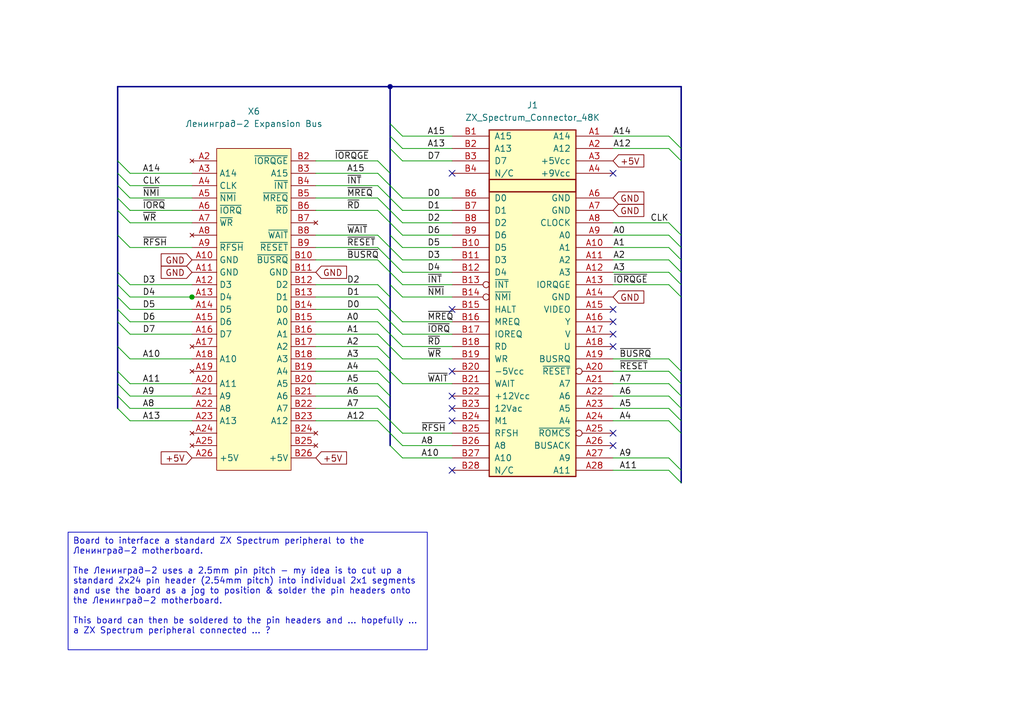
<source format=kicad_sch>
(kicad_sch (version 20250114) (generator "eeschema") (generator_version "9.0")
  (paper "A5")
  (title_block (title "Ленинград-2 To ZX Spectrum Bus Converter") (date "17/NOV/2025") (rev "B") (company "Brett Hallen") (comment 1 "www.youtube.com/@Brfff"))
  (lib_symbols
    (symbol "8bits:ZX_Spectrum_Connector_48K" (pin_names (offset 1.016))
      (property "Reference" "J" (at 1.27 36.83 0))
      (property "Value" "ZX_Spectrum_Connector_48K" (at 1.27 -38.1 0))
      (symbol "ZX_Spectrum_Connector_48K_1_1"
        (rectangle (start -8.89 35.56) (end 8.89 -35.56) (stroke (width 0.254)) (fill (type background)))
        (rectangle (start -8.89 25.4) (end 8.89 22.86) (stroke (width 0.254)))
        (pin bidirectional line (at -16.51 34.29 0) (length 7.62) (name "A15") (number "B1"))
        (pin bidirectional line (at -16.51 31.75 0) (length 7.62) (name "A13") (number "B2"))
        (pin bidirectional line (at -16.51 29.21 0) (length 7.62) (name "D7") (number "B3"))
        (pin unspecified line (at -16.51 26.67 0) (length 7.62) (name "N/C") (number "B4"))
        (pin bidirectional line (at -16.51 21.59 0) (length 7.62) (name "D0") (number "B6"))
        (pin bidirectional line (at -16.51 19.05 0) (length 7.62) (name "D1") (number "B7"))
        (pin bidirectional line (at -16.51 16.51 0) (length 7.62) (name "D2") (number "B8"))
        (pin bidirectional line (at -16.51 13.97 0) (length 7.62) (name "D6") (number "B9"))
        (pin bidirectional line (at -16.51 11.43 0) (length 7.62) (name "D5") (number "B10"))
        (pin bidirectional line (at -16.51 8.89 0) (length 7.62) (name "D3") (number "B11"))
        (pin bidirectional line (at -16.51 6.35 0) (length 7.62) (name "D4") (number "B12"))
        (pin bidirectional inverted (at -16.51 3.81 0) (length 7.62) (name "~{INT}") (number "B13"))
        (pin bidirectional inverted (at -16.51 1.27 0) (length 7.62) (name "~{NMI}") (number "B14"))
        (pin bidirectional line (at -16.51 -1.27 0) (length 7.62) (name "HALT") (number "B15"))
        (pin bidirectional line (at -16.51 -3.81 0) (length 7.62) (name "MREQ") (number "B16"))
        (pin bidirectional line (at -16.51 -6.35 0) (length 7.62) (name "IOREQ") (number "B17"))
        (pin bidirectional line (at -16.51 -8.89 0) (length 7.62) (name "RD") (number "B18"))
        (pin bidirectional line (at -16.51 -11.43 0) (length 7.62) (name "WR") (number "B19"))
        (pin bidirectional line (at -16.51 -13.97 0) (length 7.62) (name "-5Vcc") (number "B20"))
        (pin bidirectional line (at -16.51 -16.51 0) (length 7.62) (name "WAIT") (number "B21"))
        (pin bidirectional line (at -16.51 -19.05 0) (length 7.62) (name "+12Vcc") (number "B22"))
        (pin bidirectional line (at -16.51 -21.59 0) (length 7.62) (name "12Vac") (number "B23"))
        (pin bidirectional line (at -16.51 -24.13 0) (length 7.62) (name "M1") (number "B24"))
        (pin bidirectional line (at -16.51 -26.67 0) (length 7.62) (name "RFSH") (number "B25"))
        (pin bidirectional line (at -16.51 -29.21 0) (length 7.62) (name "A8") (number "B26"))
        (pin bidirectional line (at -16.51 -31.75 0) (length 7.62) (name "A10") (number "B27"))
        (pin unspecified line (at -16.51 -34.29 0) (length 7.62) (name "N/C") (number "B28"))
        (pin bidirectional line (at 16.51 34.29 180) (length 7.62) (name "A14") (number "A1"))
        (pin bidirectional line (at 16.51 31.75 180) (length 7.62) (name "A12") (number "A2"))
        (pin bidirectional line (at 16.51 29.21 180) (length 7.62) (name "+5Vcc") (number "A3"))
        (pin bidirectional line (at 16.51 26.67 180) (length 7.62) (name "+9Vcc") (number "A4"))
        (pin bidirectional line (at 16.51 21.59 180) (length 7.62) (name "GND") (number "A6"))
        (pin bidirectional line (at 16.51 19.05 180) (length 7.62) (name "GND") (number "A7"))
        (pin bidirectional line (at 16.51 16.51 180) (length 7.62) (name "CLOCK") (number "A8"))
        (pin bidirectional line (at 16.51 13.97 180) (length 7.62) (name "A0") (number "A9"))
        (pin bidirectional line (at 16.51 11.43 180) (length 7.62) (name "A1") (number "A10"))
        (pin bidirectional line (at 16.51 8.89 180) (length 7.62) (name "A2") (number "A11"))
        (pin bidirectional line (at 16.51 6.35 180) (length 7.62) (name "A3") (number "A12"))
        (pin bidirectional line (at 16.51 3.81 180) (length 7.62) (name "IORQGE") (number "A13"))
        (pin bidirectional line (at 16.51 1.27 180) (length 7.62) (name "GND") (number "A14"))
        (pin bidirectional line (at 16.51 -1.27 180) (length 7.62) (name "VIDEO") (number "A15"))
        (pin bidirectional line (at 16.51 -3.81 180) (length 7.62) (name "Y") (number "A16"))
        (pin bidirectional line (at 16.51 -6.35 180) (length 7.62) (name "V") (number "A17"))
        (pin bidirectional line (at 16.51 -8.89 180) (length 7.62) (name "U") (number "A18"))
        (pin bidirectional line (at 16.51 -11.43 180) (length 7.62) (name "BUSRQ") (number "A19"))
        (pin bidirectional inverted (at 16.51 -13.97 180) (length 7.62) (name "~{RESET}") (number "A20"))
        (pin bidirectional line (at 16.51 -16.51 180) (length 7.62) (name "A7") (number "A21"))
        (pin bidirectional line (at 16.51 -19.05 180) (length 7.62) (name "A6") (number "A22"))
        (pin bidirectional line (at 16.51 -21.59 180) (length 7.62) (name "A5") (number "A23"))
        (pin bidirectional line (at 16.51 -24.13 180) (length 7.62) (name "A4") (number "A24"))
        (pin bidirectional inverted (at 16.51 -26.67 180) (length 7.62) (name "~{ROMCS}") (number "A25"))
        (pin bidirectional line (at 16.51 -29.21 180) (length 7.62) (name "BUSACK") (number "A26"))
        (pin bidirectional line (at 16.51 -31.75 180) (length 7.62) (name "A9") (number "A27"))
        (pin bidirectional line (at 16.51 -34.29 180) (length 7.62) (name "A11") (number "A28"))
      )
    )
    (symbol "Clueless_Engineer:Leningrad2_Expansion"
      (property "Reference" "X" (at -5.08 -2.54 0))
      (property "Value" "Ленинград-2 Expansion Bus" (at 15.24 -2.54 0))
      (symbol "Leningrad2_Expansion_1_1"
        (rectangle (start -7.62 -7.62) (end 7.62 -73.66) (fill (type color) (color 255 255 194 1)))
        (pin bidirectional line (at -12.703 -38.1 0) (length 5.083) (name "D4") (number "A13"))
        (pin no_connect line (at -12.7 -10.16 0) (length 5.08) (name "") (number "A2"))
        (pin output line (at -12.7 -12.7 0) (length 5.08) (name "A14") (number "A3"))
        (pin output line (at -12.7 -15.24 0) (length 5.08) (name "CLK") (number "A4"))
        (pin input line (at -12.7 -17.78 0) (length 5.08) (name "~{NMI}") (number "A5"))
        (pin input line (at -12.7 -20.32 0) (length 5.08) (name "~{IORQ}") (number "A6"))
        (pin output line (at -12.7 -22.86 0) (length 5.08) (name "~{WR}") (number "A7"))
        (pin no_connect line (at -12.7 -25.4 0) (length 5.08) (name "") (number "A8"))
        (pin output line (at -12.7 -27.94 0) (length 5.08) (name "~{RFSH}") (number "A9"))
        (pin power_out line (at -12.7 -30.48 0) (length 5.08) (name "GND") (number "A10"))
        (pin power_out line (at -12.7 -33.02 0) (length 5.08) (name "GND") (number "A11"))
        (pin bidirectional line (at -12.7 -35.56 0) (length 5.08) (name "D3") (number "A12"))
        (pin bidirectional line (at -12.7 -40.64 0) (length 5.08) (name "D5") (number "A14"))
        (pin bidirectional line (at -12.7 -43.18 0) (length 5.08) (name "D6") (number "A15"))
        (pin bidirectional line (at -12.7 -45.72 0) (length 5.08) (name "D7") (number "A16"))
        (pin no_connect line (at -12.7 -48.26 0) (length 5.08) (name "") (number "A17"))
        (pin output line (at -12.7 -50.8 0) (length 5.08) (name "A10") (number "A18"))
        (pin no_connect line (at -12.7 -53.34 0) (length 5.08) (name "") (number "A19"))
        (pin output line (at -12.7 -55.88 0) (length 5.08) (name "A11") (number "A20"))
        (pin output line (at -12.7 -58.42 0) (length 5.08) (name "A9") (number "A21"))
        (pin output line (at -12.7 -60.96 0) (length 5.08) (name "A8") (number "A22"))
        (pin output line (at -12.7 -63.5 0) (length 5.08) (name "A13") (number "A23"))
        (pin no_connect line (at -12.7 -66.04 0) (length 5.08) (name "") (number "A24"))
        (pin no_connect line (at -12.7 -68.58 0) (length 5.08) (name "") (number "A25"))
        (pin power_out line (at -12.7 -71.12 0) (length 5.08) (name "+5V") (number "A26"))
        (pin output line (at 12.7 -10.16 180) (length 5.08) (name "~{IORQGE}") (number "B2"))
        (pin output line (at 12.7 -12.7 180) (length 5.08) (name "A15") (number "B3"))
        (pin input line (at 12.7 -15.24 180) (length 5.08) (name "~{INT}") (number "B4"))
        (pin output line (at 12.7 -17.78 180) (length 5.08) (name "~{MREQ}") (number "B5"))
        (pin output line (at 12.7 -20.32 180) (length 5.08) (name "~{RD}") (number "B6"))
        (pin no_connect line (at 12.7 -22.86 180) (length 5.08) (name "") (number "B7"))
        (pin input line (at 12.7 -25.4 180) (length 5.08) (name "~{WAIT}") (number "B8"))
        (pin input line (at 12.7 -27.94 180) (length 5.08) (name "~{RESET}") (number "B9"))
        (pin input line (at 12.7 -30.48 180) (length 5.08) (name "~{BUSRQ}") (number "B10"))
        (pin power_out line (at 12.7 -33.02 180) (length 5.08) (name "GND") (number "B11"))
        (pin bidirectional line (at 12.7 -35.56 180) (length 5.08) (name "D2") (number "B12"))
        (pin bidirectional line (at 12.7 -38.1 180) (length 5.08) (name "D1") (number "B13"))
        (pin bidirectional line (at 12.7 -40.64 180) (length 5.08) (name "D0") (number "B14"))
        (pin output line (at 12.7 -43.18 180) (length 5.08) (name "A0") (number "B15"))
        (pin output line (at 12.7 -45.72 180) (length 5.08) (name "A1") (number "B16"))
        (pin output line (at 12.7 -48.26 180) (length 5.08) (name "A2") (number "B17"))
        (pin output line (at 12.7 -50.8 180) (length 5.08) (name "A3") (number "B18"))
        (pin output line (at 12.7 -53.34 180) (length 5.08) (name "A4") (number "B19"))
        (pin output line (at 12.7 -55.88 180) (length 5.08) (name "A5") (number "B20"))
        (pin output line (at 12.7 -58.42 180) (length 5.08) (name "A6") (number "B21"))
        (pin output line (at 12.7 -60.96 180) (length 5.08) (name "A7") (number "B22"))
        (pin output line (at 12.7 -63.5 180) (length 5.08) (name "A12") (number "B23"))
        (pin no_connect line (at 12.7 -66.04 180) (length 5.08) (name "") (number "B24"))
        (pin no_connect line (at 12.7 -68.58 180) (length 5.08) (name "") (number "B25"))
        (pin power_out line (at 12.7 -71.12 180) (length 5.08) (name "+5V") (number "B26"))
      )
    )
  )
  (text_box "Board to interface a standard ZX Spectrum peripheral to the Ленинград-2 motherboard.\n\nThe Ленинград-2 uses a 2.5mm pin pitch - my idea is to cut up a standard 2x24 pin header (2.54mm pitch) into individual 2x1 segments and use the board as a jog to position & solder the pin headers onto the Ленинград-2 motherboard.\n\nThis board can then be soldered to the pin headers and ... hopefully ... a ZX Spectrum peripheral connected ... ?" (at 13.97 109.22 0) (size 73.66 24.13) (margins 0.9525 0.9525 0.9525 0.9525) (effects (font (size 1.27 1.27)) (justify left top)))
  (junction (at 80.01 17.78))
  (junction (at 39.367 60.96))
  (no_connect (at 92.71 86.36))
  (no_connect (at 92.71 63.5))
  (no_connect (at 125.73 63.5))
  (no_connect (at 125.73 68.58))
  (no_connect (at 92.71 81.28))
  (no_connect (at 125.73 66.04))
  (no_connect (at 92.71 76.2))
  (no_connect (at 92.71 83.82))
  (no_connect (at 125.73 88.9))
  (no_connect (at 125.73 71.12))
  (no_connect (at 125.73 91.44))
  (no_connect (at 92.71 96.52))
  (no_connect (at 125.73 35.56))
  (no_connect (at 92.71 35.56))
  (bus_entry (at 24.13 40.64) (size 2.54 2.54))
  (bus_entry (at 137.16 73.66) (size 2.54 2.54))
  (bus_entry (at 80.01 55.88) (size 2.54 2.54))
  (bus_entry (at 80.01 48.26) (size 2.54 2.54))
  (bus_entry (at 137.16 55.88) (size 2.54 2.54))
  (bus_entry (at 80.01 88.9) (size 2.54 2.54))
  (bus_entry (at 77.47 38.1) (size 2.54 2.54))
  (bus_entry (at 80.01 38.1) (size 2.54 2.54))
  (bus_entry (at 24.13 81.28) (size 2.54 2.54))
  (bus_entry (at 77.47 68.58) (size 2.54 2.54))
  (bus_entry (at 137.16 30.48) (size 2.54 2.54))
  (bus_entry (at 77.47 66.04) (size 2.54 2.54))
  (bus_entry (at 77.47 81.28) (size 2.54 2.54))
  (bus_entry (at 137.16 81.28) (size 2.54 2.54))
  (bus_entry (at 80.01 27.94) (size 2.54 2.54))
  (bus_entry (at 80.01 25.4) (size 2.54 2.54))
  (bus_entry (at 80.01 71.12) (size 2.54 2.54))
  (bus_entry (at 24.13 66.04) (size 2.54 2.54))
  (bus_entry (at 80.01 66.04) (size 2.54 2.54))
  (bus_entry (at 77.47 33.02) (size 2.54 2.54))
  (bus_entry (at 80.01 43.18) (size 2.54 2.54))
  (bus_entry (at 137.16 58.42) (size 2.54 2.54))
  (bus_entry (at 137.16 93.98) (size 2.54 2.54))
  (bus_entry (at 24.13 71.12) (size 2.54 2.54))
  (bus_entry (at 77.47 63.5) (size 2.54 2.54))
  (bus_entry (at 80.01 68.58) (size 2.54 2.54))
  (bus_entry (at 77.47 86.36) (size 2.54 2.54))
  (bus_entry (at 24.13 60.96) (size 2.54 2.54))
  (bus_entry (at 80.01 45.72) (size 2.54 2.54))
  (bus_entry (at 24.13 35.56) (size 2.54 2.54))
  (bus_entry (at 24.13 78.74) (size 2.54 2.54))
  (bus_entry (at 80.01 76.2) (size 2.54 2.54))
  (bus_entry (at 24.13 76.2) (size 2.54 2.54))
  (bus_entry (at 137.16 48.26) (size 2.54 2.54))
  (bus_entry (at 24.13 83.82) (size 2.54 2.54))
  (bus_entry (at 24.13 33.02) (size 2.54 2.54))
  (bus_entry (at 80.01 63.5) (size 2.54 2.54))
  (bus_entry (at 137.16 96.52) (size 2.54 2.54))
  (bus_entry (at 137.16 45.72) (size 2.54 2.54))
  (bus_entry (at 80.01 50.8) (size 2.54 2.54))
  (bus_entry (at 77.47 83.82) (size 2.54 2.54))
  (bus_entry (at 77.47 43.18) (size 2.54 2.54))
  (bus_entry (at 24.13 38.1) (size 2.54 2.54))
  (bus_entry (at 137.16 50.8) (size 2.54 2.54))
  (bus_entry (at 80.01 86.36) (size 2.54 2.54))
  (bus_entry (at 80.01 91.44) (size 2.54 2.54))
  (bus_entry (at 77.47 50.8) (size 2.54 2.54))
  (bus_entry (at 77.47 71.12) (size 2.54 2.54))
  (bus_entry (at 24.13 63.5) (size 2.54 2.54))
  (bus_entry (at 137.16 86.36) (size 2.54 2.54))
  (bus_entry (at 80.01 58.42) (size 2.54 2.54))
  (bus_entry (at 77.47 58.42) (size 2.54 2.54))
  (bus_entry (at 24.13 58.42) (size 2.54 2.54))
  (bus_entry (at 137.16 78.74) (size 2.54 2.54))
  (bus_entry (at 24.13 55.88) (size 2.54 2.54))
  (bus_entry (at 80.01 40.64) (size 2.54 2.54))
  (bus_entry (at 24.13 48.26) (size 2.54 2.54))
  (bus_entry (at 77.47 53.34) (size 2.54 2.54))
  (bus_entry (at 77.47 73.66) (size 2.54 2.54))
  (bus_entry (at 77.47 40.64) (size 2.54 2.54))
  (bus_entry (at 77.47 76.2) (size 2.54 2.54))
  (bus_entry (at 137.16 76.2) (size 2.54 2.54))
  (bus_entry (at 77.47 78.74) (size 2.54 2.54))
  (bus_entry (at 137.16 83.82) (size 2.54 2.54))
  (bus_entry (at 77.47 48.26) (size 2.54 2.54))
  (bus_entry (at 80.01 30.48) (size 2.54 2.54))
  (bus_entry (at 24.13 43.18) (size 2.54 2.54))
  (bus_entry (at 77.47 60.96) (size 2.54 2.54))
  (bus_entry (at 77.47 35.56) (size 2.54 2.54))
  (bus_entry (at 137.16 53.34) (size 2.54 2.54))
  (bus_entry (at 80.01 53.34) (size 2.54 2.54))
  (bus_entry (at 137.16 27.94) (size 2.54 2.54))
  (wire (pts (xy 82.55 71.12) (xy 92.71 71.12)))
  (bus (pts (xy 24.13 43.18) (xy 24.13 48.26)))
  (bus (pts (xy 80.01 50.8) (xy 80.01 53.34)))
  (wire (pts (xy 125.73 55.88) (xy 137.16 55.88)))
  (wire (pts (xy 64.77 73.66) (xy 77.47 73.66)))
  (wire (pts (xy 82.55 55.88) (xy 92.71 55.88)))
  (wire (pts (xy 125.73 83.82) (xy 137.16 83.82)))
  (wire (pts (xy 125.73 27.94) (xy 137.16 27.94)))
  (wire (pts (xy 82.55 88.9) (xy 92.71 88.9)))
  (bus (pts (xy 80.01 88.9) (xy 80.01 91.44)))
  (bus (pts (xy 80.01 86.36) (xy 80.01 88.9)))
  (wire (pts (xy 82.55 33.02) (xy 92.71 33.02)))
  (wire (pts (xy 26.67 43.18) (xy 39.37 43.18)))
  (wire (pts (xy 64.77 83.82) (xy 77.47 83.82)))
  (bus (pts (xy 24.13 48.26) (xy 24.13 55.88)))
  (wire (pts (xy 64.77 43.18) (xy 77.47 43.18)))
  (wire (pts (xy 26.67 68.58) (xy 39.37 68.58)))
  (wire (pts (xy 82.55 30.48) (xy 92.71 30.48)))
  (bus (pts (xy 80.01 40.64) (xy 80.01 43.18)))
  (wire (pts (xy 64.77 78.74) (xy 77.47 78.74)))
  (wire (pts (xy 64.77 68.58) (xy 77.47 68.58)))
  (wire (pts (xy 64.77 86.36) (xy 77.47 86.36)))
  (bus (pts (xy 139.7 86.36) (xy 139.7 88.9)))
  (wire (pts (xy 125.73 76.2) (xy 137.16 76.2)))
  (bus (pts (xy 80.01 17.78) (xy 80.01 25.4)))
  (wire (pts (xy 125.73 73.66) (xy 137.16 73.66)))
  (wire (pts (xy 125.73 86.36) (xy 137.16 86.36)))
  (bus (pts (xy 80.01 45.72) (xy 80.01 48.26)))
  (bus (pts (xy 24.13 83.82) (xy 24.13 81.28)))
  (bus (pts (xy 80.01 73.66) (xy 80.01 76.2)))
  (wire (pts (xy 64.77 58.42) (xy 77.47 58.42)))
  (wire (pts (xy 64.77 66.04) (xy 77.47 66.04)))
  (wire (pts (xy 26.67 66.04) (xy 39.37 66.04)))
  (bus (pts (xy 80.01 48.26) (xy 80.01 50.8)))
  (wire (pts (xy 26.67 73.66) (xy 39.37 73.66)))
  (bus (pts (xy 24.13 35.56) (xy 24.13 33.02)))
  (wire (pts (xy 82.55 78.74) (xy 92.71 78.74)))
  (wire (pts (xy 82.55 66.04) (xy 92.71 66.04)))
  (wire (pts (xy 125.73 48.26) (xy 137.16 48.26)))
  (wire (pts (xy 125.73 50.8) (xy 137.16 50.8)))
  (bus (pts (xy 139.7 17.78) (xy 139.7 30.48)))
  (bus (pts (xy 80.01 53.34) (xy 80.01 55.88)))
  (wire (pts (xy 26.67 63.5) (xy 39.37 63.5)))
  (bus (pts (xy 80.01 25.4) (xy 80.01 27.94)))
  (wire (pts (xy 26.67 78.74) (xy 39.37 78.74)))
  (bus (pts (xy 80.01 58.42) (xy 80.01 60.96)))
  (bus (pts (xy 80.01 68.58) (xy 80.01 71.12)))
  (bus (pts (xy 139.7 30.48) (xy 139.7 33.02)))
  (bus (pts (xy 139.7 96.52) (xy 139.7 99.06)))
  (wire (pts (xy 82.55 45.72) (xy 92.71 45.72)))
  (wire (pts (xy 64.77 81.28) (xy 77.47 81.28)))
  (wire (pts (xy 125.73 53.34) (xy 137.16 53.34)))
  (bus (pts (xy 139.7 81.28) (xy 139.7 83.82)))
  (bus (pts (xy 80.01 35.56) (xy 80.01 38.1)))
  (wire (pts (xy 82.55 93.98) (xy 92.71 93.98)))
  (bus (pts (xy 24.13 40.64) (xy 24.13 38.1)))
  (bus (pts (xy 80.01 63.5) (xy 80.01 66.04)))
  (bus (pts (xy 139.7 88.9) (xy 139.7 96.52)))
  (wire (pts (xy 26.67 60.96) (xy 39.367 60.96)))
  (wire (pts (xy 82.55 40.64) (xy 92.71 40.64)))
  (bus (pts (xy 80.01 76.2) (xy 80.01 78.74)))
  (bus (pts (xy 80.01 66.04) (xy 80.01 68.58)))
  (wire (pts (xy 125.73 30.48) (xy 137.16 30.48)))
  (wire (pts (xy 82.55 43.18) (xy 92.71 43.18)))
  (bus (pts (xy 80.01 27.94) (xy 80.01 30.48)))
  (wire (pts (xy 82.55 48.26) (xy 92.71 48.26)))
  (wire (pts (xy 82.55 50.8) (xy 92.71 50.8)))
  (wire (pts (xy 26.67 38.1) (xy 39.37 38.1)))
  (wire (pts (xy 82.55 91.44) (xy 92.71 91.44)))
  (wire (pts (xy 125.73 45.72) (xy 137.16 45.72)))
  (bus (pts (xy 139.7 60.96) (xy 139.7 76.2)))
  (wire (pts (xy 64.77 71.12) (xy 77.47 71.12)))
  (bus (pts (xy 24.13 43.18) (xy 24.13 40.64)))
  (wire (pts (xy 125.73 96.52) (xy 137.16 96.52)))
  (bus (pts (xy 24.13 66.04) (xy 24.13 71.12)))
  (wire (pts (xy 125.73 81.28) (xy 137.16 81.28)))
  (wire (pts (xy 125.73 78.74) (xy 137.16 78.74)))
  (bus (pts (xy 80.01 78.74) (xy 80.01 81.28)))
  (wire (pts (xy 64.77 35.56) (xy 77.47 35.56)))
  (wire (pts (xy 39.367 60.96) (xy 39.37 60.96)))
  (bus (pts (xy 80.01 43.18) (xy 80.01 45.72)))
  (wire (pts (xy 64.77 48.26) (xy 77.47 48.26)))
  (wire (pts (xy 82.55 53.34) (xy 92.71 53.34)))
  (bus (pts (xy 80.01 60.96) (xy 80.01 63.5)))
  (wire (pts (xy 26.67 81.28) (xy 39.37 81.28)))
  (wire (pts (xy 82.55 68.58) (xy 92.71 68.58)))
  (bus (pts (xy 24.13 17.78) (xy 80.01 17.78)))
  (wire (pts (xy 82.55 60.96) (xy 92.71 60.96)))
  (wire (pts (xy 26.67 50.8) (xy 39.37 50.8)))
  (bus (pts (xy 80.01 17.78) (xy 139.7 17.78)))
  (bus (pts (xy 80.01 81.28) (xy 80.01 83.82)))
  (bus (pts (xy 139.7 55.88) (xy 139.7 58.42)))
  (wire (pts (xy 82.55 58.42) (xy 92.71 58.42)))
  (bus (pts (xy 24.13 66.04) (xy 24.13 63.5)))
  (wire (pts (xy 64.77 40.64) (xy 77.47 40.64)))
  (wire (pts (xy 64.77 50.8) (xy 77.47 50.8)))
  (wire (pts (xy 64.77 76.2) (xy 77.47 76.2)))
  (wire (pts (xy 125.73 93.98) (xy 137.16 93.98)))
  (wire (pts (xy 82.55 27.94) (xy 92.71 27.94)))
  (wire (pts (xy 64.77 33.02) (xy 77.47 33.02)))
  (bus (pts (xy 24.13 60.96) (xy 24.13 58.42)))
  (wire (pts (xy 64.77 63.5) (xy 77.47 63.5)))
  (wire (pts (xy 26.67 86.36) (xy 39.37 86.36)))
  (bus (pts (xy 139.7 83.82) (xy 139.7 86.36)))
  (wire (pts (xy 26.67 58.42) (xy 39.37 58.42)))
  (bus (pts (xy 139.7 53.34) (xy 139.7 55.88)))
  (bus (pts (xy 24.13 71.12) (xy 24.13 76.2)))
  (bus (pts (xy 139.7 33.02) (xy 139.7 48.26)))
  (bus (pts (xy 24.13 38.1) (xy 24.13 35.56)))
  (bus (pts (xy 80.01 71.12) (xy 80.01 73.66)))
  (wire (pts (xy 26.67 35.56) (xy 39.37 35.56)))
  (wire (pts (xy 64.77 60.96) (xy 77.47 60.96)))
  (bus (pts (xy 24.13 33.02) (xy 24.13 17.78)))
  (wire (pts (xy 64.77 53.34) (xy 77.47 53.34)))
  (bus (pts (xy 139.7 76.2) (xy 139.7 78.74)))
  (bus (pts (xy 139.7 48.26) (xy 139.7 50.8)))
  (bus (pts (xy 139.7 78.74) (xy 139.7 81.28)))
  (wire (pts (xy 64.77 38.1) (xy 77.47 38.1)))
  (bus (pts (xy 24.13 78.74) (xy 24.13 76.2)))
  (bus (pts (xy 139.7 58.42) (xy 139.7 60.96)))
  (bus (pts (xy 80.01 83.82) (xy 80.01 86.36)))
  (wire (pts (xy 26.67 45.72) (xy 39.37 45.72)))
  (bus (pts (xy 24.13 63.5) (xy 24.13 60.96)))
  (wire (pts (xy 125.73 58.42) (xy 137.16 58.42)))
  (bus (pts (xy 24.13 58.42) (xy 24.13 55.88)))
  (bus (pts (xy 24.13 81.28) (xy 24.13 78.74)))
  (wire (pts (xy 82.55 73.66) (xy 92.71 73.66)))
  (bus (pts (xy 80.01 38.1) (xy 80.01 40.64)))
  (wire (pts (xy 26.67 40.64) (xy 39.37 40.64)))
  (bus (pts (xy 139.7 50.8) (xy 139.7 53.34)))
  (bus (pts (xy 80.01 30.48) (xy 80.01 35.56)))
  (wire (pts (xy 26.67 83.82) (xy 39.37 83.82)))
  (bus (pts (xy 80.01 55.88) (xy 80.01 58.42)))
  (label "A7" (at 127 78.74 0))
  (label "CLK" (at 133.35 45.72 0))
  (label "D3" (at 87.63 53.34 0))
  (label "A12" (at 125.73 30.48 0))
  (label "A3" (at 71.12 73.66 0))
  (label "A9" (at 127 93.98 0))
  (label "A0" (at 71.12 66.04 0))
  (label "~{IORQ}" (at 87.63 68.58 0))
  (label "A10" (at 29.21 73.66 0))
  (label "~{IORQGE}" (at 125.73 58.42 0))
  (label "~{IORQGE}" (at 68.58 33.02 0))
  (label "~{BUSRQ}" (at 127 73.66 0))
  (label "D2" (at 87.63 45.72 0))
  (label "A11" (at 127 96.52 0))
  (label "D6" (at 87.63 48.26 0))
  (label "D0" (at 87.63 40.64 0))
  (label "D7" (at 87.63 33.02 0))
  (label "A9" (at 29.21 81.28 0))
  (label "A1" (at 71.12 68.58 0))
  (label "A5" (at 127 83.82 0))
  (label "A15" (at 71.12 35.56 0))
  (label "~{RFSH}" (at 86.36 88.9 0))
  (label "A1" (at 125.73 50.8 0))
  (label "A8" (at 29.21 83.82 0))
  (label "A4" (at 127 86.36 0))
  (label "~{RESET}" (at 127 76.2 0))
  (label "D5" (at 87.63 50.8 0))
  (label "D1" (at 71.12 60.96 0))
  (label "A8" (at 86.36 91.44 0))
  (label "A0" (at 125.73 48.26 0))
  (label "D0" (at 71.12 63.5 0))
  (label "A11" (at 29.21 78.74 0))
  (label "A2" (at 71.12 71.12 0))
  (label "A14" (at 29.21 35.56 0))
  (label "D1" (at 87.63 43.18 0))
  (label "A6" (at 127 81.28 0))
  (label "A12" (at 71.12 86.36 0))
  (label "A14" (at 125.73 27.94 0))
  (label "A4" (at 71.12 76.2 0))
  (label "~{RD}" (at 87.63 71.12 0))
  (label "~{MREQ}" (at 87.63 66.04 0))
  (label "A15" (at 87.63 27.94 0))
  (label "D7" (at 29.21 68.58 0))
  (label "~{INT}" (at 87.63 58.42 0))
  (label "A13" (at 29.21 86.36 0))
  (label "~{WAIT}" (at 71.12 48.26 0))
  (label "~{RESET}" (at 71.12 50.8 0))
  (label "~{BUSRQ}" (at 71.12 53.34 0))
  (label "~{RFSH}" (at 29.21 50.8 0))
  (label "CLK" (at 29.21 38.1 0))
  (label "~{NMI}" (at 29.21 40.64 0))
  (label "~{IORQ}" (at 29.21 43.18 0))
  (label "~{INT}" (at 71.12 38.1 0))
  (label "~{RD}" (at 71.12 43.18 0))
  (label "~{MREQ}" (at 71.12 40.64 0))
  (label "~{WR}" (at 87.63 73.66 0))
  (label "D3" (at 29.21 58.42 0))
  (label "D4" (at 29.21 60.96 0))
  (label "D5" (at 29.21 63.5 0))
  (label "A6" (at 71.12 81.28 0))
  (label "~{WAIT}" (at 87.63 78.74 0))
  (label "D4" (at 87.63 55.88 0))
  (label "A2" (at 125.73 53.34 0))
  (label "A3" (at 125.73 55.88 0))
  (label "A5" (at 71.12 78.74 0))
  (label "D6" (at 29.21 66.04 0))
  (label "D2" (at 71.12 58.42 0))
  (label "A13" (at 87.63 30.48 0))
  (label "A10" (at 86.36 93.98 0))
  (label "~{WR}" (at 29.21 45.72 0))
  (label "~{NMI}" (at 87.63 60.96 0))
  (label "A7" (at 71.12 83.82 0))
  (global_label "GND" (shape input) (at 125.73 60.96 0) (property "Intersheetrefs" "${INTERSHEET_REFS}" (effects (hide yes))))
  (global_label "GND" (shape input) (at 125.73 43.18 0) (property "Intersheetrefs" "${INTERSHEET_REFS}" (effects (hide yes))))
  (global_label "GND" (shape input) (at 39.37 55.88 180) (property "Intersheetrefs" "${INTERSHEET_REFS}" (effects (hide yes))))
  (global_label "GND" (shape input) (at 64.77 55.88 0) (property "Intersheetrefs" "${INTERSHEET_REFS}" (effects (hide yes))))
  (global_label "GND" (shape input) (at 39.37 53.34 180) (property "Intersheetrefs" "${INTERSHEET_REFS}" (effects (hide yes))))
  (global_label "+5V" (shape input) (at 64.77 93.98 0) (property "Intersheetrefs" "${INTERSHEET_REFS}" (effects (hide yes))))
  (global_label "+5V" (shape input) (at 125.73 33.02 0) (property "Intersheetrefs" "${INTERSHEET_REFS}" (effects (hide yes))))
  (global_label "+5V" (shape input) (at 39.37 93.98 180) (property "Intersheetrefs" "${INTERSHEET_REFS}" (effects (hide yes))))
  (global_label "GND" (shape input) (at 125.73 40.64 0) (property "Intersheetrefs" "${INTERSHEET_REFS}" (effects (hide yes))))
  (symbol (lib_id "8bits:ZX_Spectrum_Connector_48K") (at 109.22 62.23 0) (unit 1)
    (property "Reference" "J1" (at 109.22 21.59 0))
    (property "Value" "ZX_Spectrum_Connector_48K" (at 109.22 24.13 0))
    (property "Footprint" "8bits:ZX_EDGE" (effects (hide yes)))
  )
  (symbol (lib_id "Clueless_Engineer:Leningrad2_Expansion") (at 52.07 22.86 0) (unit 1)
    (property "Reference" "X6" (at 52.07 22.86 0))
    (property "Value" "Ленинград-2 Expansion Bus" (at 52.07 25.4 0))
    (property "Footprint" "Clueless_Engineer:Leningrad_2_Expansion_Bus" (effects (hide yes)))
    (property "Description" "Leningrad 2 Expansion Bus" (effects (hide yes)))
  )
)
</source>
